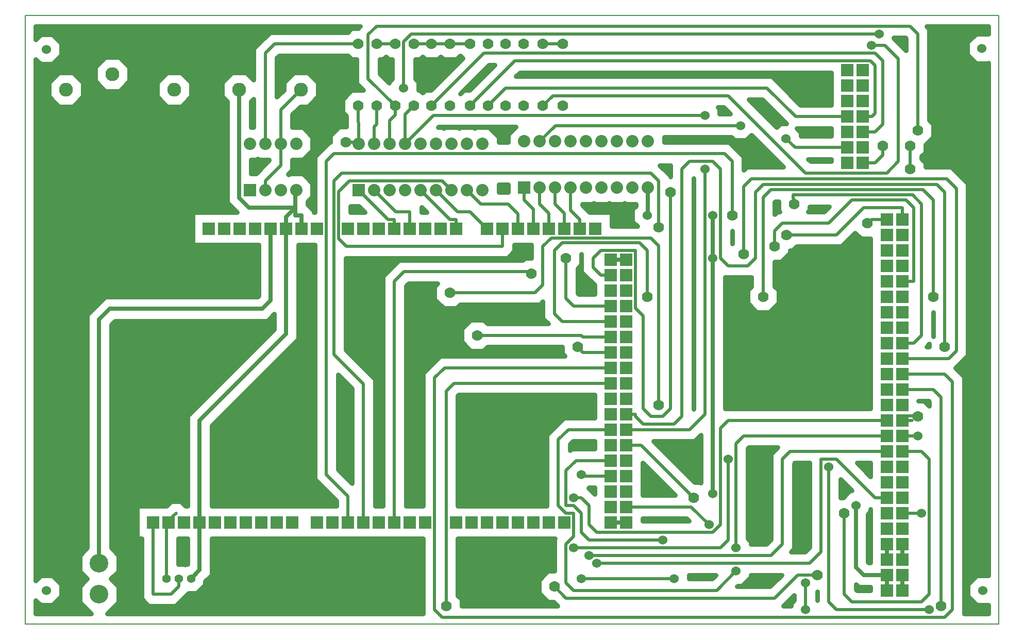
<source format=gbr>
G04 PROTEUS GERBER X2 FILE*
%TF.GenerationSoftware,Labcenter,Proteus,8.13-SP0-Build31525*%
%TF.CreationDate,2023-09-28T22:20:41+00:00*%
%TF.FileFunction,Copper,L4,Bot*%
%TF.FilePolarity,Positive*%
%TF.Part,Single*%
%TF.SameCoordinates,{6b1b6182-4d37-414e-9227-abf112f8db44}*%
%FSLAX45Y45*%
%MOMM*%
G01*
%TA.AperFunction,Conductor*%
%ADD10C,0.508000*%
%ADD11C,0.635000*%
%TA.AperFunction,ViaPad*%
%ADD12C,1.524000*%
%ADD13C,1.778000*%
%TA.AperFunction,Conductor*%
%ADD14C,0.762000*%
%TA.AperFunction,ComponentPad*%
%ADD15R,2.032000X2.032000*%
%TA.AperFunction,ComponentPad*%
%ADD16C,2.286000*%
%TA.AperFunction,ComponentPad*%
%ADD17C,1.778000*%
%TA.AperFunction,ComponentPad*%
%ADD18C,2.032000*%
%TA.AperFunction,ComponentPad*%
%ADD19C,3.048000*%
%TA.AperFunction,WasherPad*%
%ADD70C,1.397000*%
%TA.AperFunction,OtherPad,Unknown*%
%ADD71C,1.524000*%
%TA.AperFunction,Profile*%
%ADD20C,0.203200*%
%TD.AperFunction*%
G36*
X+7824740Y+4695808D02*
X+7821549Y+4698999D01*
X+7621651Y+4698999D01*
X+7480301Y+4557649D01*
X+7480301Y+4357751D01*
X+7621651Y+4216401D01*
X+7821549Y+4216401D01*
X+7824740Y+4219592D01*
X+7824740Y-4203701D01*
X+7634351Y-4203701D01*
X+7493001Y-4345051D01*
X+7493001Y-4544949D01*
X+7634351Y-4686299D01*
X+7824740Y-4686299D01*
X+7824740Y-4824740D01*
X+7429499Y-4824740D01*
X+7429499Y-937093D01*
X+7286156Y-793750D01*
X+7492999Y-586907D01*
X+7492999Y+2237907D01*
X+7222658Y+2508248D01*
X+6794499Y+2508248D01*
X+6794499Y+2581710D01*
X+6730999Y+2645210D01*
X+6730999Y+2688790D01*
X+6794499Y+2752290D01*
X+6794499Y+2879290D01*
X+6921499Y+3006290D01*
X+6921499Y+3216710D01*
X+6857999Y+3280210D01*
X+6857999Y+4777907D01*
X+6811166Y+4824740D01*
X+7824740Y+4824740D01*
X+7824740Y+4695808D01*
G37*
G36*
X-2496903Y+4821003D02*
X-2530007Y+4787899D01*
X-2632510Y+4787899D01*
X-2696010Y+4724399D01*
X-3977807Y+4724399D01*
X-4241799Y+4460407D01*
X-4241799Y+3938429D01*
X-4367369Y+4063999D01*
X-4598831Y+4063999D01*
X-4762499Y+3900331D01*
X-4762499Y+3668869D01*
X-4679949Y+3586319D01*
X-4679948Y+1925062D01*
X-4520185Y+1765299D01*
X-5245099Y+1765299D01*
X-5245099Y+1231901D01*
X-4159249Y+1231901D01*
X-4159249Y+399037D01*
X-4180723Y+377563D01*
X-6685537Y+377563D01*
X-6978649Y+84451D01*
X-6978649Y-3748338D01*
X-7099299Y-3868988D01*
X-7099299Y-4132012D01*
X-6976811Y-4254500D01*
X-7099299Y-4376988D01*
X-7099299Y-4640012D01*
X-6914571Y-4824740D01*
X-7824740Y-4824740D01*
X-7824740Y-4606908D01*
X-7745349Y-4686299D01*
X-7545451Y-4686299D01*
X-7404101Y-4544949D01*
X-7404101Y-4345051D01*
X-7545451Y-4203701D01*
X-7745349Y-4203701D01*
X-7824740Y-4283092D01*
X-7824740Y+4283092D01*
X-7745349Y+4203701D01*
X-7545451Y+4203701D01*
X-7404101Y+4345051D01*
X-7404101Y+4544949D01*
X-7545451Y+4686299D01*
X-7745349Y+4686299D01*
X-7824740Y+4606908D01*
X-7824740Y+4824740D01*
X-2493166Y+4824740D01*
X-2496903Y+4821003D01*
G37*
%LPC*%
G36*
X-5829299Y+3668869D02*
X-5829299Y+3900331D01*
X-5665631Y+4063999D01*
X-5434169Y+4063999D01*
X-5270501Y+3900331D01*
X-5270501Y+3668869D01*
X-5434169Y+3505201D01*
X-5665631Y+3505201D01*
X-5829299Y+3668869D01*
G37*
G36*
X-7607299Y+3668869D02*
X-7607299Y+3900331D01*
X-7443631Y+4063999D01*
X-7212169Y+4063999D01*
X-7048501Y+3900331D01*
X-7048501Y+3668869D01*
X-7212169Y+3505201D01*
X-7443631Y+3505201D01*
X-7607299Y+3668869D01*
G37*
G36*
X-6845299Y+3922869D02*
X-6845299Y+4154331D01*
X-6681631Y+4317999D01*
X-6450169Y+4317999D01*
X-6286501Y+4154331D01*
X-6286501Y+3922869D01*
X-6450169Y+3759201D01*
X-6681631Y+3759201D01*
X-6845299Y+3922869D01*
G37*
%LPD*%
G36*
X-3905249Y-152922D02*
X-5327649Y-1575322D01*
X-5327649Y-3060701D01*
X-5363372Y-3060701D01*
X-5439543Y-2984530D01*
X-5597357Y-2984530D01*
X-5673528Y-3060701D01*
X-6159499Y-3060701D01*
X-6159499Y-3594099D01*
X-6083299Y-3594099D01*
X-6083299Y-4587407D01*
X-5971707Y-4698999D01*
X-5521793Y-4698999D01*
X-5312243Y-4489449D01*
X-5176381Y-4489449D01*
X-5038751Y-4351819D01*
X-5038751Y-4297937D01*
X-4933951Y-4193137D01*
X-4933951Y-3594099D01*
X-1460499Y-3594099D01*
X-1460499Y-4824740D01*
X-6649029Y-4824740D01*
X-6464301Y-4640012D01*
X-6464301Y-4376988D01*
X-6586789Y-4254500D01*
X-6464301Y-4132012D01*
X-6464301Y-3868988D01*
X-6584951Y-3748338D01*
X-6584951Y-78623D01*
X-6522463Y-16135D01*
X-4017649Y-16135D01*
X-3905249Y+96265D01*
X-3905249Y-152922D01*
G37*
G36*
X+6477001Y+4620093D02*
X+6477001Y+4428655D01*
X+6273799Y+4631857D01*
X+6273799Y+4635501D01*
X+6461593Y+4635501D01*
X+6477001Y+4620093D01*
G37*
G36*
X-809608Y+4298498D02*
X-1336207Y+3771899D01*
X-1426010Y+3771899D01*
X-1466850Y+3731059D01*
X-1507690Y+3771899D01*
X-1536701Y+3771899D01*
X-1536701Y+3909949D01*
X-1587501Y+3960749D01*
X-1587501Y+4279901D01*
X-1507690Y+4279901D01*
X-1466850Y+4320741D01*
X-1426010Y+4279901D01*
X-1215590Y+4279901D01*
X-1168400Y+4327091D01*
X-1121210Y+4279901D01*
X-910790Y+4279901D01*
X-850900Y+4339791D01*
X-809608Y+4298498D01*
G37*
G36*
X-2022910Y+4279901D02*
X-1968499Y+4279901D01*
X-1968499Y+3960749D01*
X-2019299Y+3909949D01*
X-2019299Y+3888905D01*
X-2171701Y+4041307D01*
X-2171701Y+4279901D01*
X-2117290Y+4279901D01*
X-2070100Y+4327091D01*
X-2022910Y+4279901D01*
G37*
G36*
X-701207Y+3771899D02*
X-791010Y+3771899D01*
X-850900Y+3712009D01*
X-854092Y+3715202D01*
X-378293Y+4191001D01*
X-282105Y+4191001D01*
X-701207Y+3771899D01*
G37*
G36*
X+5245101Y+3581401D02*
X+5245101Y+3530599D01*
X+4739807Y+3530599D01*
X+4269907Y+4000499D01*
X+66205Y+4000499D01*
X+129707Y+4064001D01*
X+5245101Y+4064001D01*
X+5245101Y+3581401D01*
G37*
G36*
X+3588303Y+3381291D02*
X+3411295Y+3381291D01*
X+3411295Y+3460403D01*
X+3379197Y+3492501D01*
X+3477093Y+3492501D01*
X+3588303Y+3381291D01*
G37*
G36*
X-4241799Y+3162299D02*
X-4286251Y+3162299D01*
X-4286251Y+3586319D01*
X-4241799Y+3630771D01*
X-4241799Y+3162299D01*
G37*
G36*
X+4511482Y+3220112D02*
X+4404189Y+3220112D01*
X+4346242Y+3162164D01*
X+3888905Y+3619501D01*
X+4112093Y+3619501D01*
X+4511482Y+3220112D01*
G37*
G36*
X+5245101Y+3073401D02*
X+5245101Y+3022599D01*
X+4745437Y+3022598D01*
X+4745437Y+3078762D01*
X+4674598Y+3149601D01*
X+5245101Y+3149601D01*
X+5245101Y+3073401D01*
G37*
G36*
X+4461346Y+2508248D02*
X+3858092Y+2508248D01*
X+3809999Y+2460155D01*
X+3809999Y+2682407D01*
X+3571408Y+2920998D01*
X+2501899Y+2920998D01*
X+2501899Y+3000293D01*
X+3601523Y+3000293D01*
X+3652323Y+2949493D01*
X+3852221Y+2949493D01*
X+3936161Y+3033433D01*
X+4461346Y+2508248D01*
G37*
G36*
X-63499Y+3044170D02*
X-63499Y+2920998D01*
X-215901Y+2920998D01*
X-215901Y+3006070D01*
X-372130Y+3162299D01*
X-593070Y+3162299D01*
X-609600Y+3145769D01*
X-626130Y+3162299D01*
X-847070Y+3162299D01*
X-863600Y+3145769D01*
X-880130Y+3162299D01*
X-1101070Y+3162299D01*
X-1117600Y+3145769D01*
X-1134130Y+3162299D01*
X-1216495Y+3162299D01*
X-1208839Y+3169955D01*
X+62286Y+3169955D01*
X-63499Y+3044170D01*
G37*
G36*
X+5245101Y+2641601D02*
X+5245101Y+2603499D01*
X+4904907Y+2603499D01*
X+4866804Y+2641602D01*
X+5245101Y+2641601D01*
G37*
G36*
X-4161770Y+2628901D02*
X-3987799Y+2628901D01*
X-3987799Y+2618907D01*
X-4206407Y+2400299D01*
X-4286252Y+2400299D01*
X-4286252Y+2628901D01*
X-4194830Y+2628901D01*
X-4178300Y+2645431D01*
X-4161770Y+2628901D01*
G37*
G36*
X+2603501Y+2476500D02*
X+2603501Y+2349499D01*
X+2603499Y+2349499D01*
X+2603499Y+2364907D01*
X+2428404Y+2540002D01*
X+2603501Y+2540002D01*
X+2603501Y+2476500D01*
G37*
G36*
X-63499Y+2095499D02*
X-215901Y+2095499D01*
X-215901Y+2222501D01*
X-63499Y+2222501D01*
X-63499Y+2095499D01*
G37*
G36*
X+1870730Y+1905001D02*
X+2038352Y+1905001D01*
X+2038352Y+1871600D01*
X+1981201Y+1814449D01*
X+1981201Y+1614551D01*
X+2059053Y+1536699D01*
X+1638299Y+1536699D01*
X+1638299Y+1765299D01*
X+1272707Y+1765299D01*
X+1155699Y+1882307D01*
X+1155699Y+1905001D01*
X+1329670Y+1905001D01*
X+1346200Y+1921531D01*
X+1362730Y+1905001D01*
X+1583670Y+1905001D01*
X+1600200Y+1921531D01*
X+1616730Y+1905001D01*
X+1837670Y+1905001D01*
X+1854200Y+1921531D01*
X+1870730Y+1905001D01*
G37*
G36*
X+5128093Y+1777999D02*
X+4867708Y+1777999D01*
X+4889499Y+1799790D01*
X+4889499Y+1862667D01*
X+5212761Y+1862667D01*
X+5128093Y+1777999D01*
G37*
G36*
X-1399705Y+1765299D02*
X-1485901Y+1765299D01*
X-1485901Y+1851495D01*
X-1399705Y+1765299D01*
G37*
G36*
X-2415705Y+1765299D02*
X-2654301Y+1765299D01*
X-2654301Y+1866901D01*
X-2517307Y+1866901D01*
X-2415705Y+1765299D01*
G37*
G36*
X-2632510Y+4279901D02*
X-2552699Y+4279901D01*
X-2552699Y+3883493D01*
X-2441105Y+3771899D01*
X-2632510Y+3771899D01*
X-2781299Y+3623110D01*
X-2781299Y+3412690D01*
X-2717799Y+3349190D01*
X-2717799Y+3174999D01*
X-2835710Y+3174999D01*
X-2984499Y+3026210D01*
X-2984499Y+2920998D01*
X-2999908Y+2920998D01*
X-3238499Y+2682407D01*
X-3238499Y+1765299D01*
X-3257551Y+1765299D01*
X-3257551Y+1796038D01*
X-3359151Y+1897638D01*
X-3359151Y+1940580D01*
X-3276601Y+2023130D01*
X-3276601Y+2244070D01*
X-3432830Y+2400299D01*
X-3653770Y+2400299D01*
X-3670300Y+2383769D01*
X-3677212Y+2390682D01*
X-3606801Y+2461093D01*
X-3606801Y+2628901D01*
X-3432830Y+2628901D01*
X-3276601Y+2785130D01*
X-3276601Y+3006070D01*
X-3432830Y+3162299D01*
X-3606801Y+3162299D01*
X-3606801Y+3375493D01*
X-3477093Y+3505201D01*
X-3351369Y+3505201D01*
X-3187701Y+3668869D01*
X-3187701Y+3900331D01*
X-3351369Y+4063999D01*
X-3582831Y+4063999D01*
X-3746499Y+3900331D01*
X-3746499Y+3774607D01*
X-3860801Y+3660305D01*
X-3860801Y+4302593D01*
X-3819993Y+4343401D01*
X-2696010Y+4343401D01*
X-2632510Y+4279901D01*
G37*
G36*
X+4381501Y+1799790D02*
X+4403292Y+1777999D01*
X+4366093Y+1777999D01*
X+4317999Y+1729905D01*
X+4317999Y+1931926D01*
X+4333407Y+1947334D01*
X+4381501Y+1947334D01*
X+4381501Y+1799790D01*
G37*
G36*
X+3619501Y+1248210D02*
X+3619499Y+1248208D01*
X+3619499Y+1460501D01*
X+3619501Y+1460501D01*
X+3619501Y+1248210D01*
G37*
G36*
X+1143001Y+863600D02*
X+1143001Y+784693D01*
X+1358901Y+568793D01*
X+1358901Y+419099D01*
X+1094907Y+419099D01*
X+1079499Y+434507D01*
X+1079499Y+847290D01*
X+1142999Y+910790D01*
X+1142999Y+1079501D01*
X+1143001Y+1079501D01*
X+1143001Y+863600D01*
G37*
G36*
X+5736790Y+1333501D02*
X+5892801Y+1333501D01*
X+5892801Y-1460501D01*
X+3498849Y-1460501D01*
X+3498849Y+698501D01*
X+3937001Y+698501D01*
X+3937001Y+549710D01*
X+3873501Y+486210D01*
X+3873501Y+275790D01*
X+4022290Y+127001D01*
X+4232710Y+127001D01*
X+4381499Y+275790D01*
X+4381499Y+486210D01*
X+4317999Y+549710D01*
X+4317999Y+952501D01*
X+4423210Y+952501D01*
X+4571999Y+1101290D01*
X+4571999Y+1143001D01*
X+4613710Y+1143001D01*
X+4677210Y+1206501D01*
X+5412907Y+1206501D01*
X+5638348Y+1431942D01*
X+5736790Y+1333501D01*
G37*
G36*
X-1269999Y+549710D02*
X-1269999Y+339290D01*
X-1121210Y+190501D01*
X-910790Y+190501D01*
X-847290Y+254001D01*
X+459907Y+254001D01*
X+508001Y+302095D01*
X+508001Y+22693D01*
X+594195Y-63501D01*
X-402790Y-63501D01*
X-466290Y-1D01*
X-676710Y-1D01*
X-825499Y-148790D01*
X-825499Y-359210D01*
X-676710Y-507999D01*
X-466290Y-507999D01*
X-402790Y-444499D01*
X+825501Y-444499D01*
X+825501Y-549710D01*
X+872692Y-596901D01*
X-1183807Y-596901D01*
X-1460499Y-873593D01*
X-1460499Y-3060701D01*
X-1739901Y-3060701D01*
X-1739901Y+556093D01*
X-1695501Y+600493D01*
X-1219216Y+600493D01*
X-1269999Y+549710D01*
G37*
G36*
X+6921501Y-275790D02*
X+6921499Y-275792D01*
X+6921499Y+127001D01*
X+6921501Y+127001D01*
X+6921501Y-275790D01*
G37*
G36*
X+6858001Y-444501D02*
X+6809905Y-444501D01*
X+6858001Y-396405D01*
X+6858001Y-444501D01*
G37*
G36*
X+6858001Y-1348907D02*
X+6858001Y-1418792D01*
X+6772710Y-1333501D01*
X+6680199Y-1333501D01*
X+6680199Y-1333499D01*
X+6842593Y-1333499D01*
X+6858001Y-1348907D01*
G37*
G36*
X+2984501Y+2325751D02*
X+2984502Y-1470492D01*
X+2984499Y-1470495D01*
X+2984499Y+2325753D01*
X+2984501Y+2325751D01*
G37*
G36*
X+1358901Y-2070099D02*
X+1358901Y-2120901D01*
X+975193Y-2120901D01*
X+952499Y-2143595D01*
X+952499Y-2047407D01*
X+1006007Y-1993899D01*
X+1358901Y-1993899D01*
X+1358901Y-2070099D01*
G37*
G36*
X+5892801Y-2425699D02*
X+5892801Y-2575395D01*
X+5666905Y-2349499D01*
X+5892801Y-2349499D01*
X+5892801Y-2425699D01*
G37*
G36*
X+3105151Y-2682442D02*
X+3089710Y-2667001D01*
X+2999907Y-2667001D01*
X+2326805Y-1993899D01*
X+2999907Y-1993899D01*
X+3105151Y-1888655D01*
X+3105151Y-2682442D01*
G37*
G36*
X-2628899Y-1133007D02*
X-2628899Y-2689695D01*
X-2857501Y-2461093D01*
X-2857501Y-904405D01*
X-2628899Y-1133007D01*
G37*
G36*
X+1358901Y-2832099D02*
X+1358901Y-2867495D01*
X+1257827Y-2766421D01*
X+1268349Y-2755899D01*
X+1358901Y-2755899D01*
X+1358901Y-2832099D01*
G37*
G36*
X+2676995Y-2882901D02*
X+2146299Y-2882901D01*
X+2146299Y-2352205D01*
X+2676995Y-2882901D01*
G37*
G36*
X+5585295Y-2806701D02*
X+5551551Y-2806701D01*
X+5437251Y-2921001D01*
X+5397499Y-2921001D01*
X+5397499Y-2618905D01*
X+5585295Y-2806701D01*
G37*
G36*
X+1358901Y-1308099D02*
X+1358901Y-1612901D01*
X+848193Y-1612901D01*
X+571501Y-1889593D01*
X+571501Y-3060701D01*
X-889001Y-3060701D01*
X-889001Y-1247307D01*
X-873593Y-1231899D01*
X+1358901Y-1231899D01*
X+1358901Y-1308099D01*
G37*
G36*
X+317501Y+1015999D02*
X+212290Y+1015999D01*
X+177782Y+981491D01*
X-1853315Y+981491D01*
X-2120899Y+713907D01*
X-2120899Y-3060701D01*
X-2247901Y-3060701D01*
X-2247901Y-975193D01*
X-2730501Y-492593D01*
X-2730501Y+1016001D01*
X-73493Y+1016001D01*
X+38099Y+1127593D01*
X+38099Y+1231901D01*
X+317501Y+1231901D01*
X+317501Y+1015999D01*
G37*
G36*
X-3238499Y-2540000D02*
X-3238499Y-2618907D01*
X-2882899Y-2974507D01*
X-2882899Y-3060701D01*
X-4933951Y-3060701D01*
X-4933951Y-1738396D01*
X-3511551Y-315996D01*
X-3511551Y+1231901D01*
X-3238499Y+1231901D01*
X-3238499Y-2540000D01*
G37*
G36*
X+2905595Y-3302001D02*
X+2146299Y-3302001D01*
X+2146299Y-3263899D01*
X+2867493Y-3263899D01*
X+2905595Y-3302001D01*
G37*
G36*
X+4307974Y-2151297D02*
X+4252178Y-2207093D01*
X+4252178Y-3606416D01*
X+4175593Y-3683001D01*
X+3924299Y-3683001D01*
X+3924299Y-3646551D01*
X+3873499Y-3595751D01*
X+3873499Y-2110907D01*
X+3888907Y-2095499D01*
X+4363772Y-2095499D01*
X+4307974Y-2151297D01*
G37*
G36*
X+4886444Y-3734150D02*
X+4810593Y-3810001D01*
X+4587405Y-3810001D01*
X+4633176Y-3764230D01*
X+4633176Y-2364907D01*
X+4648584Y-2349499D01*
X+4886444Y-2349499D01*
X+4886444Y-3734150D01*
G37*
G36*
X+5892801Y-3441699D02*
X+5892801Y-3994151D01*
X+5860037Y-3994151D01*
X+5848349Y-3982463D01*
X+5848349Y-3192399D01*
X+5892799Y-3147949D01*
X+5892799Y-3111499D01*
X+5892801Y-3111499D01*
X+5892801Y-3441699D01*
G37*
G36*
X-5327649Y-4019551D02*
X-5371019Y-4019551D01*
X-5373700Y-4022232D01*
X-5376381Y-4019551D01*
X-5483201Y-4019551D01*
X-5483201Y-3594099D01*
X-5327649Y-3594099D01*
X-5327649Y-4019551D01*
G37*
G36*
X+3286593Y-4254501D02*
X+2908299Y-4254501D01*
X+2908299Y-4190999D01*
X+3350095Y-4190999D01*
X+3286593Y-4254501D01*
G37*
G36*
X+4239093Y-4381501D02*
X+3698405Y-4381501D01*
X+3711107Y-4368799D01*
X+3782949Y-4368799D01*
X+3924299Y-4227449D01*
X+3924299Y-4190999D01*
X+4429595Y-4190999D01*
X+4239093Y-4381501D01*
G37*
G36*
X+5696963Y-4387849D02*
X+5892801Y-4387849D01*
X+5892801Y-4445001D01*
X+5666907Y-4445001D01*
X+5651499Y-4429593D01*
X+5651499Y-4342385D01*
X+5696963Y-4387849D01*
G37*
G36*
X+5016501Y-4611753D02*
X+5016499Y-4611751D01*
X+5016499Y-4468749D01*
X+5016501Y-4468747D01*
X+5016501Y-4611753D01*
G37*
G36*
X+4635501Y-4611751D02*
X+4584701Y-4662551D01*
X+4584701Y-4699001D01*
X+4460405Y-4699001D01*
X+4635501Y-4523905D01*
X+4635501Y-4611751D01*
G37*
G36*
X+698501Y-3604093D02*
X+698501Y-4127501D01*
X+593290Y-4127501D01*
X+444501Y-4276290D01*
X+444501Y-4486710D01*
X+593290Y-4635499D01*
X+683093Y-4635499D01*
X+746595Y-4699001D01*
X-825501Y-4699001D01*
X-825501Y-4593790D01*
X-889001Y-4530290D01*
X-889001Y-3594099D01*
X+708495Y-3594099D01*
X+698501Y-3604093D01*
G37*
D10*
X-5892800Y-3327400D02*
X-5892800Y-4508500D01*
X-5600700Y-4508500D01*
X-5473700Y-4381500D01*
X-5473700Y-4254500D01*
X+965200Y+2171700D02*
X+965200Y+1803400D01*
X+1117600Y+1651000D01*
X+1117600Y+1498600D01*
X+863600Y+1498600D02*
X+863600Y+1752600D01*
X+711200Y+1905000D01*
X+711200Y+2171700D01*
X+609600Y+1498600D02*
X+609600Y+1752600D01*
X+457200Y+1905000D01*
X+457200Y+2171700D01*
X+355600Y+1498600D02*
X+355600Y+1816100D01*
X+203200Y+1968500D01*
X+203200Y+2171700D01*
X-736600Y+2133600D02*
X-508000Y+1905000D01*
X-63500Y+1905000D01*
X+101600Y+1739900D01*
X+101600Y+1498600D01*
X-990600Y+2133600D02*
X-1143000Y+2286000D01*
X-2667000Y+2286000D01*
X-2844800Y+2108200D01*
X-2844800Y+1333500D01*
X-2717800Y+1206500D01*
X-152400Y+1206500D01*
X-152400Y+1498600D01*
X-1244600Y+2133600D02*
X-889000Y+1778000D01*
X-685800Y+1778000D01*
X-406400Y+1498600D01*
X-1498600Y+2133600D02*
X-1016000Y+1651000D01*
X-914400Y+1651000D01*
X-914400Y+1498600D01*
X-2260600Y+2133600D02*
X-1905000Y+1778000D01*
X-1676400Y+1778000D01*
X-1676400Y+1498600D01*
X-2514600Y+2133600D02*
X-2032000Y+1651000D01*
X-1930400Y+1651000D01*
X-1930400Y+1498600D01*
X-3797300Y+2895600D02*
X-3797300Y+3454400D01*
X-3467100Y+3784600D01*
X-4051300Y+2133600D02*
X-4051300Y+2286000D01*
X-3797300Y+2540000D01*
X-3797300Y+2895600D01*
X-1320800Y+3517900D02*
X-457200Y+4381500D01*
X+5969000Y+4381500D01*
X+6096000Y+4254500D01*
X+6096000Y+3213100D01*
X+5969000Y+3086100D01*
X+5765800Y+3086100D01*
X-1778000Y+3810000D02*
X-1778000Y+4572000D01*
X-1651000Y+4699000D01*
X+6032500Y+4699000D01*
X+698500Y-4381500D02*
X+889000Y-4572000D01*
X+4318000Y-4572000D01*
X+4699000Y-4191000D01*
X+5016500Y-4191000D01*
X+2476500Y-3619500D02*
X+1270000Y-3619500D01*
X+1143000Y-3492500D01*
X+1143000Y-3175000D01*
X+1016000Y-3048000D01*
X+889000Y-3048000D01*
X+889000Y-2476500D01*
X+1054100Y-2311400D01*
X+1625600Y-2311400D01*
X+1143000Y-2540000D02*
X+1168400Y-2565400D01*
X+1625600Y-2565400D01*
X+2667000Y-4254500D02*
X+1143000Y-4254500D01*
X+3238500Y-3365500D02*
X+2946400Y-3073400D01*
X+1879600Y-3073400D01*
X+4826000Y-4762500D02*
X+4826000Y-4318000D01*
X+6731000Y-3175000D02*
X+6413500Y-3175000D01*
X+5207000Y-2413000D02*
X+5207000Y-4635500D01*
X+5334000Y-4762500D01*
X+6858000Y-4762500D01*
X+1397000Y-4000500D02*
X+4889500Y-4000500D01*
X+5076943Y-3813057D01*
X+5076943Y-2286000D01*
X+5334000Y-2286000D01*
X+5969000Y-2921000D01*
X+6159500Y-2921000D01*
X+5918200Y+3340100D02*
X+5765800Y+3340100D01*
X+5918200Y+3340100D02*
X+5969000Y+3390900D01*
X+5969000Y+4178300D01*
X-685800Y+3517900D02*
X+50800Y+4254500D01*
X+5892800Y+4254500D01*
X+5969000Y+4178300D01*
X+4635500Y+1905000D02*
X+4635500Y+1979214D01*
X+4620814Y+1993900D01*
X+4620814Y+2053166D01*
X+6582834Y+2053166D01*
X+6731000Y+1905000D01*
X+6731000Y-254000D01*
X+6604000Y-381000D01*
X+6413500Y-381000D01*
X+6413499Y-381000D01*
X-571500Y-254000D02*
X+1143000Y-254000D01*
X+1168400Y-279400D01*
X+1625600Y-279400D01*
X+6413499Y-889000D02*
X+6413500Y-889000D01*
X+7112000Y-889000D01*
X+7239000Y-1016000D01*
X+7239000Y-4762500D01*
X+7112000Y-4889500D01*
X-1143000Y-4889500D01*
X-1270000Y-4762500D01*
X-1270000Y-952500D01*
X-1104900Y-787400D01*
X+1625600Y-787400D01*
X+7048500Y-4699000D02*
X+7048500Y-1270000D01*
X+6921500Y-1143000D01*
X+6413500Y-1143000D01*
X+6413499Y-1143000D01*
X-1079500Y-4699000D02*
X-1079500Y-1168400D01*
X-952500Y-1041400D01*
X+1625600Y-1041400D01*
X+1079500Y-444500D02*
X+1168400Y-533400D01*
X+1625600Y-533400D01*
X+3810000Y+1079500D02*
X+3810000Y+2190750D01*
X+3937000Y+2317750D01*
X+7143750Y+2317750D01*
X+7302500Y+2159000D01*
X+7302500Y-508000D01*
X+7175500Y-635000D01*
X+6413500Y-635000D01*
X+6413499Y-635000D01*
X+1270000Y-3873500D02*
X+4254500Y-3873500D01*
X+4442677Y-3685323D01*
X+4442677Y-2286000D01*
X+4569677Y-2159000D01*
X+6159500Y-2159000D01*
X+5461000Y-3175000D02*
X+5461000Y-4508500D01*
X+5588000Y-4635500D01*
X+6731000Y-4635500D01*
X+6858000Y-4508500D01*
X+6858000Y-2286000D01*
X+6731000Y-2159000D01*
X+6413500Y-2159000D01*
X+2984500Y-2921000D02*
X+2120900Y-2057400D01*
X+1879600Y-2057400D01*
X+3683000Y-3746500D02*
X+3683000Y-2032000D01*
X+3810000Y-1905000D01*
X+6159500Y-1905000D01*
X+3683000Y-4127500D02*
X+3365500Y-4445000D01*
X+1016000Y-4445000D01*
X+889000Y-4318000D01*
X+889000Y-3683000D01*
X+1016000Y-3556000D01*
X+1016000Y-3175000D01*
X+889000Y-3175000D01*
X+762000Y-3048000D01*
X+762000Y-1968500D01*
X+927100Y-1803400D01*
X+1625600Y-1803400D01*
X+3175000Y+2476500D02*
X+3175000Y-1549400D01*
X+2921000Y-1803400D01*
X+1879600Y-1803400D01*
X+6667500Y-1905000D02*
X+6413500Y-1905000D01*
X+1016000Y-2921000D02*
X+1143000Y-2921000D01*
X+1270000Y-3048000D01*
X+1270000Y-3365500D01*
X+1397000Y-3492500D01*
X+3302000Y-3492500D01*
X+3429000Y-3365500D01*
X+3429000Y-1778000D01*
X+3556000Y-1651000D01*
X+6159500Y-1651000D01*
X+7112000Y-444500D02*
X+7112000Y+2095500D01*
X+6985000Y+2222500D01*
X+4127500Y+2222500D01*
X+4000500Y+2095500D01*
X+4000500Y+1016000D01*
X+3873500Y+889000D01*
X+3556000Y+889000D01*
X+3429000Y+1016000D01*
X+3429000Y+2476500D01*
X+3302000Y+2603500D01*
X+2921000Y+2603500D01*
X+2794000Y+2476500D01*
X+2794000Y-1587500D01*
X+2667000Y-1714500D01*
X+2159000Y-1714500D01*
X+2032000Y-1587500D01*
X+2032000Y-1549400D01*
X+1879600Y-1549400D01*
X+6413500Y-1650999D02*
X+6413500Y-1651000D01*
X+6578600Y-1650999D01*
X+6413500Y-1650999D02*
X+6413500Y-1574799D01*
X+6578600Y-1574799D01*
X+6591301Y-1587500D01*
X+6667500Y-1587500D01*
X+457200Y+2933700D02*
X+714292Y+3190792D01*
X+3752272Y+3190792D01*
X+508000Y+3517900D02*
X+673100Y+3683000D01*
X+3556000Y+3683000D01*
X+4826000Y+2413000D01*
X+6159500Y+2413000D01*
X+6350000Y+2603500D01*
X+6350000Y+4286250D01*
X+6127750Y+4508500D01*
X+5905500Y+4508500D01*
X-393700Y+3517900D02*
X-101600Y+3810000D01*
X+4191000Y+3810000D01*
X+4660900Y+3340100D01*
X+5511800Y+3340100D01*
D11*
X-3708400Y+1498600D02*
X-3708400Y-234459D01*
X-5130800Y-1656859D01*
X-5130800Y-3327400D01*
X-4483100Y+3784600D02*
X-4483100Y+2006600D01*
X-4318000Y+1841500D01*
X-3556000Y+1841500D01*
X-5130800Y-3327400D02*
X-5130800Y-4111600D01*
X-5273700Y-4254500D01*
X-3556000Y+1841500D02*
X-3556000Y+1714500D01*
X-3454400Y+1714500D01*
X-3708400Y+1498600D02*
X-3708400Y+1689100D01*
X-3556000Y+1841500D01*
X-3543300Y+2133600D02*
X-3556000Y+2120900D01*
X-3556000Y+1841500D01*
X+6159500Y-4191000D02*
X+5778500Y-4191000D01*
X+5651500Y-4064000D01*
X+5651500Y-3048000D01*
X+3302000Y+1016000D02*
X+3302000Y-2857500D01*
X+3302000Y+1016000D02*
X+3302000Y+1714500D01*
X+2235200Y+2171700D02*
X+2235200Y+1727200D01*
X+2222500Y+1714500D01*
X+1879600Y+990600D02*
X+1879600Y+990601D01*
X+1625600Y+990601D01*
X+1625600Y+990600D01*
X+6413500Y-4445000D02*
X+6413500Y-4191000D01*
X+6159500Y-4445000D02*
X+6159500Y-4191000D01*
X-3454400Y+1714500D02*
X-3454400Y+1498600D01*
D10*
X+2413000Y-1397000D02*
X+2413000Y+1219200D01*
X+2286000Y+1346200D01*
X+647700Y+1346200D01*
X+508000Y+1206500D01*
X+508000Y+571500D01*
X+381000Y+444500D01*
X-1016000Y+444500D01*
X-1917700Y+3517900D02*
X-1917700Y+3365500D01*
X-2006600Y+3276600D01*
X-2006600Y+2895600D01*
X-1917700Y+3517900D02*
X-2362200Y+3962400D01*
X-2362200Y+4686300D01*
X-2222500Y+4826000D01*
X+6540500Y+4826000D01*
X+6667500Y+4699000D01*
X+6667500Y+3111500D01*
X-2514600Y+2895600D02*
X-2514600Y+3238500D01*
X-2527300Y+3251200D01*
X-2527300Y+3517900D01*
X+6096000Y+2857500D02*
X+6096000Y+2705100D01*
X+5969000Y+2578100D01*
X+5765800Y+2578100D01*
X+6540500Y+2476500D02*
X+6540500Y+2857500D01*
X-2514600Y+2895600D02*
X-2540000Y+2921000D01*
X-2730500Y+2921000D01*
X-1752600Y+2895600D02*
X-1752600Y+3378200D01*
X-1612900Y+3517900D01*
X+5511800Y+2832100D02*
X+4650851Y+2832100D01*
X+4504138Y+2978813D01*
X-1752600Y+2895600D02*
X-1287746Y+3360454D01*
X+3169996Y+3360454D01*
X-2260600Y+3098800D02*
X-2260600Y+3175000D01*
X-2222500Y+3213100D01*
X-2222500Y+3517900D01*
X-2260600Y+2895600D02*
X-2260600Y+3098800D01*
X+4127500Y+381000D02*
X+4127500Y+2010833D01*
X+4254500Y+2137833D01*
X+6752167Y+2137833D01*
X+6921500Y+1968500D01*
X+6921500Y+381000D01*
X+2222500Y+381000D02*
X+2222500Y+1143000D01*
X+2095500Y+1270000D01*
X+825500Y+1270000D01*
X+698500Y+1143000D01*
X+698500Y+101600D01*
X+825500Y-25400D01*
X+1625600Y-25400D01*
X+3619500Y+1714500D02*
X+3619500Y+2603500D01*
X+3492500Y+2730500D01*
X-2921000Y+2730500D01*
X-3048000Y+2603500D01*
X-3048000Y-2540000D01*
X-2692400Y-2895600D01*
X-2692400Y-3327400D01*
X+2413000Y+1524000D02*
X+2413000Y+2286000D01*
X+2286000Y+2413000D01*
X-2794000Y+2413000D01*
X-2921000Y+2286000D01*
X-2921000Y-571500D01*
X-2438400Y-1054100D01*
X-2438400Y-3327400D01*
X+5842000Y+1587500D02*
X+5905500Y+1651000D01*
X+6159500Y+1651000D01*
X+4508500Y+1397000D02*
X+5334000Y+1397000D01*
X+5778500Y+1841500D01*
X+6413499Y+1841500D01*
X+6413500Y+1651000D01*
X+6413499Y+1651000D01*
X+317500Y+762000D02*
X+288508Y+790992D01*
X-1774408Y+790992D01*
X-1930400Y+635000D01*
X-1930400Y-3327400D01*
X+889000Y+1016000D02*
X+889000Y+355600D01*
X+1016000Y+228600D01*
X+1625600Y+228600D01*
X+4318000Y+1206500D02*
X+4318000Y+1460500D01*
X+4445000Y+1587500D01*
X+5207000Y+1587500D01*
X+5588000Y+1968500D01*
X+6477000Y+1968500D01*
X+6604000Y+1841500D01*
X+6604000Y+635000D01*
X+6413500Y+635000D01*
X+6413499Y+635000D01*
X+2603500Y+2095500D02*
X+2603500Y-1460500D01*
X+2476500Y-1587500D01*
X+2286000Y-1587500D01*
X+2159000Y-1460500D01*
X+2159000Y+63500D01*
X+2032000Y+190500D01*
X+2032000Y+1143000D01*
X+1460500Y+1143000D01*
X+1333500Y+1016000D01*
X+1333500Y+863600D01*
X+1460500Y+736600D01*
X+1625600Y+736600D01*
X-2527300Y+4533900D02*
X-3898900Y+4533900D01*
X-4051300Y+4381500D01*
X-4051300Y+2895600D01*
X-1016000Y+4533900D02*
X-685800Y+4533900D01*
X+508000Y+4533900D02*
X+838200Y+4533900D01*
X-1320800Y+4533900D02*
X-1016000Y+4533900D01*
X-2222500Y+4533900D02*
X-1917700Y+4533900D01*
X-1612900Y+4533900D02*
X-1320800Y+4533900D01*
D11*
X-6781800Y-4000500D02*
X-6781800Y+2914D01*
X-6604000Y+180714D01*
X-4099186Y+180714D01*
X-3962400Y+317500D01*
X-3962400Y+1498600D01*
X+6413500Y-3937000D02*
X+6413500Y-3683000D01*
X+6159500Y-3937000D02*
X+6159500Y-3683000D01*
X+1625600Y-3327400D02*
X+1625600Y-3327399D01*
X+1879600Y-3327399D01*
X+1879600Y-3327400D01*
D10*
X+3556000Y-2286000D02*
X+3556000Y-3619500D01*
X+3429000Y-3746500D01*
X+1016000Y-3746500D01*
X-5673700Y-3362300D02*
X-5638800Y-3327400D01*
X-5574135Y-3262735D01*
X-5574135Y-3230714D01*
X-5518450Y-3175029D01*
X-5673700Y-3362300D02*
X-5673700Y-4254500D01*
D12*
X+6032500Y+4699000D03*
X-1778000Y+3810000D03*
D13*
X+5016500Y-4191000D03*
X+698500Y-4381500D03*
D12*
X+2476500Y-3619500D03*
X+1143000Y-2540000D03*
X+1143000Y-4254500D03*
X+2667000Y-4254500D03*
X+3238500Y-3365500D03*
X+4826000Y-4318000D03*
X+4826000Y-4762500D03*
X+6731000Y-3175000D03*
X+6858000Y-4762500D03*
X+5207000Y-2413000D03*
X+1397000Y-4000500D03*
D13*
X+4635500Y+1905000D03*
X+7048500Y-4699000D03*
X-1079500Y-4699000D03*
X+3810000Y+1079500D03*
D12*
X+1270000Y-3873500D03*
D13*
X+5461000Y-3175000D03*
X+2984500Y-2921000D03*
D12*
X+3683000Y-3746500D03*
X+3683000Y-4127500D03*
X+3175000Y+2476500D03*
X+6667500Y-1905000D03*
X+1016000Y-2921000D03*
D13*
X+7112000Y-444500D03*
X+6667500Y-1587500D03*
D12*
X+3752272Y+3190792D03*
X+5905500Y+4508500D03*
X+5651500Y-3048000D03*
X+3302000Y-2857500D03*
X+3302000Y+1714500D03*
X+2222500Y+1714500D03*
X+3302000Y+1016000D03*
D13*
X-1016000Y+444500D03*
X+2413000Y-1397000D03*
X+6667500Y+3111500D03*
X+6096000Y+2857500D03*
X+6540500Y+2857500D03*
X+6540500Y+2476500D03*
X-2730500Y+2921000D03*
D12*
X+4504138Y+2978813D03*
X+3169996Y+3360454D03*
D13*
X+6921500Y+381000D03*
X+4127500Y+381000D03*
X+2222500Y+381000D03*
X+3619500Y+1714500D03*
X+2413000Y+1524000D03*
X+5842000Y+1587500D03*
X+4508500Y+1397000D03*
X+317500Y+762000D03*
X+889000Y+1016000D03*
X+4318000Y+1206500D03*
X+2603500Y+2095500D03*
X-571500Y-254000D03*
X+1079500Y-444500D03*
D12*
X+3556000Y-2286000D03*
X+1016000Y-3746500D03*
D14*
X+7824740Y+4695808D02*
X+7821549Y+4698999D01*
X+7621651Y+4698999D01*
X+7480301Y+4557649D01*
X+7480301Y+4357751D01*
X+7621651Y+4216401D01*
X+7821549Y+4216401D01*
X+7824740Y+4219592D01*
X+7824740Y-4203701D01*
X+7634351Y-4203701D01*
X+7493001Y-4345051D01*
X+7493001Y-4544949D01*
X+7634351Y-4686299D01*
X+7824740Y-4686299D01*
X+7824740Y-4824740D01*
X+7429499Y-4824740D01*
X+7429499Y-937093D01*
X+7286156Y-793750D01*
X+7492999Y-586907D01*
X+7492999Y+2237907D01*
X+7222658Y+2508248D01*
X+6794499Y+2508248D01*
X+6794499Y+2581710D01*
X+6730999Y+2645210D01*
X+6730999Y+2688790D01*
X+6794499Y+2752290D01*
X+6794499Y+2879290D01*
X+6921499Y+3006290D01*
X+6921499Y+3216710D01*
X+6857999Y+3280210D01*
X+6857999Y+4777907D01*
X+6811166Y+4824740D01*
X+7824740Y+4824740D01*
X+7824740Y+4695808D01*
X-2496903Y+4821003D02*
X-2530007Y+4787899D01*
X-2632510Y+4787899D01*
X-2696010Y+4724399D01*
X-3977807Y+4724399D01*
X-4241799Y+4460407D01*
X-4241799Y+3938429D01*
X-4367369Y+4063999D01*
X-4598831Y+4063999D01*
X-4762499Y+3900331D01*
X-4762499Y+3668869D01*
X-4679949Y+3586319D01*
X-4679948Y+1925062D01*
X-4520185Y+1765299D01*
X-5245099Y+1765299D01*
X-5245099Y+1231901D01*
X-4159249Y+1231901D01*
X-4159249Y+399037D01*
X-4180723Y+377563D01*
X-6685537Y+377563D01*
X-6978649Y+84451D01*
X-6978649Y-3748338D01*
X-7099299Y-3868988D01*
X-7099299Y-4132012D01*
X-6976811Y-4254500D01*
X-7099299Y-4376988D01*
X-7099299Y-4640012D01*
X-6914571Y-4824740D01*
X-7824740Y-4824740D01*
X-7824740Y-4606908D01*
X-7745349Y-4686299D01*
X-7545451Y-4686299D01*
X-7404101Y-4544949D01*
X-7404101Y-4345051D01*
X-7545451Y-4203701D01*
X-7745349Y-4203701D01*
X-7824740Y-4283092D01*
X-7824740Y+4283092D01*
X-7745349Y+4203701D01*
X-7545451Y+4203701D01*
X-7404101Y+4345051D01*
X-7404101Y+4544949D01*
X-7545451Y+4686299D01*
X-7745349Y+4686299D01*
X-7824740Y+4606908D01*
X-7824740Y+4824740D01*
X-2493166Y+4824740D01*
X-2496903Y+4821003D01*
X-5829299Y+3668869D02*
X-5829299Y+3900331D01*
X-5665631Y+4063999D01*
X-5434169Y+4063999D01*
X-5270501Y+3900331D01*
X-5270501Y+3668869D01*
X-5434169Y+3505201D01*
X-5665631Y+3505201D01*
X-5829299Y+3668869D01*
X-7607299Y+3668869D02*
X-7607299Y+3900331D01*
X-7443631Y+4063999D01*
X-7212169Y+4063999D01*
X-7048501Y+3900331D01*
X-7048501Y+3668869D01*
X-7212169Y+3505201D01*
X-7443631Y+3505201D01*
X-7607299Y+3668869D01*
X-6845299Y+3922869D02*
X-6845299Y+4154331D01*
X-6681631Y+4317999D01*
X-6450169Y+4317999D01*
X-6286501Y+4154331D01*
X-6286501Y+3922869D01*
X-6450169Y+3759201D01*
X-6681631Y+3759201D01*
X-6845299Y+3922869D01*
X-3905249Y-152922D02*
X-5327649Y-1575322D01*
X-5327649Y-3060701D01*
X-5363372Y-3060701D01*
X-5439543Y-2984530D01*
X-5597357Y-2984530D01*
X-5673528Y-3060701D01*
X-6159499Y-3060701D01*
X-6159499Y-3594099D01*
X-6083299Y-3594099D01*
X-6083299Y-4587407D01*
X-5971707Y-4698999D01*
X-5521793Y-4698999D01*
X-5312243Y-4489449D01*
X-5176381Y-4489449D01*
X-5038751Y-4351819D01*
X-5038751Y-4297937D01*
X-4933951Y-4193137D01*
X-4933951Y-3594099D01*
X-1460499Y-3594099D01*
X-1460499Y-4824740D01*
X-6649029Y-4824740D01*
X-6464301Y-4640012D01*
X-6464301Y-4376988D01*
X-6586789Y-4254500D01*
X-6464301Y-4132012D01*
X-6464301Y-3868988D01*
X-6584951Y-3748338D01*
X-6584951Y-78623D01*
X-6522463Y-16135D01*
X-4017649Y-16135D01*
X-3905249Y+96265D01*
X-3905249Y-152922D01*
X+6477001Y+4620093D02*
X+6477001Y+4428655D01*
X+6273799Y+4631857D01*
X+6273799Y+4635501D01*
X+6461593Y+4635501D01*
X+6477001Y+4620093D01*
X-809608Y+4298498D02*
X-1336207Y+3771899D01*
X-1426010Y+3771899D01*
X-1466850Y+3731059D01*
X-1507690Y+3771899D01*
X-1536701Y+3771899D01*
X-1536701Y+3909949D01*
X-1587501Y+3960749D01*
X-1587501Y+4279901D01*
X-1507690Y+4279901D01*
X-1466850Y+4320741D01*
X-1426010Y+4279901D01*
X-1215590Y+4279901D01*
X-1168400Y+4327091D01*
X-1121210Y+4279901D01*
X-910790Y+4279901D01*
X-850900Y+4339791D01*
X-809608Y+4298498D01*
X-2022910Y+4279901D02*
X-1968499Y+4279901D01*
X-1968499Y+3960749D01*
X-2019299Y+3909949D01*
X-2019299Y+3888905D01*
X-2171701Y+4041307D01*
X-2171701Y+4279901D01*
X-2117290Y+4279901D01*
X-2070100Y+4327091D01*
X-2022910Y+4279901D01*
X-701207Y+3771899D02*
X-791010Y+3771899D01*
X-850900Y+3712009D01*
X-854092Y+3715202D01*
X-378293Y+4191001D01*
X-282105Y+4191001D01*
X-701207Y+3771899D01*
X+5245101Y+3581401D02*
X+5245101Y+3530599D01*
X+4739807Y+3530599D01*
X+4269907Y+4000499D01*
X+66205Y+4000499D01*
X+129707Y+4064001D01*
X+5245101Y+4064001D01*
X+5245101Y+3581401D01*
X+3588303Y+3381291D02*
X+3411295Y+3381291D01*
X+3411295Y+3460403D01*
X+3379197Y+3492501D01*
X+3477093Y+3492501D01*
X+3588303Y+3381291D01*
X-4241799Y+3162299D02*
X-4286251Y+3162299D01*
X-4286251Y+3586319D01*
X-4241799Y+3630771D01*
X-4241799Y+3162299D01*
X+4511482Y+3220112D02*
X+4404189Y+3220112D01*
X+4346242Y+3162164D01*
X+3888905Y+3619501D01*
X+4112093Y+3619501D01*
X+4511482Y+3220112D01*
X+5245101Y+3073401D02*
X+5245101Y+3022599D01*
X+4745437Y+3022598D01*
X+4745437Y+3078762D01*
X+4674598Y+3149601D01*
X+5245101Y+3149601D01*
X+5245101Y+3073401D01*
X+4461346Y+2508248D02*
X+3858092Y+2508248D01*
X+3809999Y+2460155D01*
X+3809999Y+2682407D01*
X+3571408Y+2920998D01*
X+2501899Y+2920998D01*
X+2501899Y+3000293D01*
X+3601523Y+3000293D01*
X+3652323Y+2949493D01*
X+3852221Y+2949493D01*
X+3936161Y+3033433D01*
X+4461346Y+2508248D01*
X-63499Y+3044170D02*
X-63499Y+2920998D01*
X-215901Y+2920998D01*
X-215901Y+3006070D01*
X-372130Y+3162299D01*
X-593070Y+3162299D01*
X-609600Y+3145769D01*
X-626130Y+3162299D01*
X-847070Y+3162299D01*
X-863600Y+3145769D01*
X-880130Y+3162299D01*
X-1101070Y+3162299D01*
X-1117600Y+3145769D01*
X-1134130Y+3162299D01*
X-1216495Y+3162299D01*
X-1208839Y+3169955D01*
X+62286Y+3169955D01*
X-63499Y+3044170D01*
X+5245101Y+2641601D02*
X+5245101Y+2603499D01*
X+4904907Y+2603499D01*
X+4866804Y+2641602D01*
X+5245101Y+2641601D01*
X-4161770Y+2628901D02*
X-3987799Y+2628901D01*
X-3987799Y+2618907D01*
X-4206407Y+2400299D01*
X-4286252Y+2400299D01*
X-4286252Y+2628901D01*
X-4194830Y+2628901D01*
X-4178300Y+2645431D01*
X-4161770Y+2628901D01*
X+2603501Y+2476500D02*
X+2603501Y+2349499D01*
X+2603499Y+2349499D01*
X+2603499Y+2364907D01*
X+2428404Y+2540002D01*
X+2603501Y+2540002D01*
X+2603501Y+2476500D01*
X-63499Y+2095499D02*
X-215901Y+2095499D01*
X-215901Y+2222501D01*
X-63499Y+2222501D01*
X-63499Y+2095499D01*
X+1870730Y+1905001D02*
X+2038352Y+1905001D01*
X+2038352Y+1871600D01*
X+1981201Y+1814449D01*
X+1981201Y+1614551D01*
X+2059053Y+1536699D01*
X+1638299Y+1536699D01*
X+1638299Y+1765299D01*
X+1272707Y+1765299D01*
X+1155699Y+1882307D01*
X+1155699Y+1905001D01*
X+1329670Y+1905001D01*
X+1346200Y+1921531D01*
X+1362730Y+1905001D01*
X+1583670Y+1905001D01*
X+1600200Y+1921531D01*
X+1616730Y+1905001D01*
X+1837670Y+1905001D01*
X+1854200Y+1921531D01*
X+1870730Y+1905001D01*
X+5128093Y+1777999D02*
X+4867708Y+1777999D01*
X+4889499Y+1799790D01*
X+4889499Y+1862667D01*
X+5212761Y+1862667D01*
X+5128093Y+1777999D01*
X-1399705Y+1765299D02*
X-1485901Y+1765299D01*
X-1485901Y+1851495D01*
X-1399705Y+1765299D01*
X-2415705Y+1765299D02*
X-2654301Y+1765299D01*
X-2654301Y+1866901D01*
X-2517307Y+1866901D01*
X-2415705Y+1765299D01*
X-2632510Y+4279901D02*
X-2552699Y+4279901D01*
X-2552699Y+3883493D01*
X-2441105Y+3771899D01*
X-2632510Y+3771899D01*
X-2781299Y+3623110D01*
X-2781299Y+3412690D01*
X-2717799Y+3349190D01*
X-2717799Y+3174999D01*
X-2835710Y+3174999D01*
X-2984499Y+3026210D01*
X-2984499Y+2920998D01*
X-2999908Y+2920998D01*
X-3238499Y+2682407D01*
X-3238499Y+1765299D01*
X-3257551Y+1765299D01*
X-3257551Y+1796038D01*
X-3359151Y+1897638D01*
X-3359151Y+1940580D01*
X-3276601Y+2023130D01*
X-3276601Y+2244070D01*
X-3432830Y+2400299D01*
X-3653770Y+2400299D01*
X-3670300Y+2383769D01*
X-3677212Y+2390682D01*
X-3606801Y+2461093D01*
X-3606801Y+2628901D01*
X-3432830Y+2628901D01*
X-3276601Y+2785130D01*
X-3276601Y+3006070D01*
X-3432830Y+3162299D01*
X-3606801Y+3162299D01*
X-3606801Y+3375493D01*
X-3477093Y+3505201D01*
X-3351369Y+3505201D01*
X-3187701Y+3668869D01*
X-3187701Y+3900331D01*
X-3351369Y+4063999D01*
X-3582831Y+4063999D01*
X-3746499Y+3900331D01*
X-3746499Y+3774607D01*
X-3860801Y+3660305D01*
X-3860801Y+4302593D01*
X-3819993Y+4343401D01*
X-2696010Y+4343401D01*
X-2632510Y+4279901D01*
X+4381501Y+1799790D02*
X+4403292Y+1777999D01*
X+4366093Y+1777999D01*
X+4317999Y+1729905D01*
X+4317999Y+1931926D01*
X+4333407Y+1947334D01*
X+4381501Y+1947334D01*
X+4381501Y+1799790D01*
X+3619501Y+1248210D02*
X+3619499Y+1248208D01*
X+3619499Y+1460501D01*
X+3619501Y+1460501D01*
X+3619501Y+1248210D01*
X+1143001Y+863600D02*
X+1143001Y+784693D01*
X+1358901Y+568793D01*
X+1358901Y+419099D01*
X+1094907Y+419099D01*
X+1079499Y+434507D01*
X+1079499Y+847290D01*
X+1142999Y+910790D01*
X+1142999Y+1079501D01*
X+1143001Y+1079501D01*
X+1143001Y+863600D01*
X+5736790Y+1333501D02*
X+5892801Y+1333501D01*
X+5892801Y-1460501D01*
X+3498849Y-1460501D01*
X+3498849Y+698501D01*
X+3937001Y+698501D01*
X+3937001Y+549710D01*
X+3873501Y+486210D01*
X+3873501Y+275790D01*
X+4022290Y+127001D01*
X+4232710Y+127001D01*
X+4381499Y+275790D01*
X+4381499Y+486210D01*
X+4317999Y+549710D01*
X+4317999Y+952501D01*
X+4423210Y+952501D01*
X+4571999Y+1101290D01*
X+4571999Y+1143001D01*
X+4613710Y+1143001D01*
X+4677210Y+1206501D01*
X+5412907Y+1206501D01*
X+5638348Y+1431942D01*
X+5736790Y+1333501D01*
X-1269999Y+549710D02*
X-1269999Y+339290D01*
X-1121210Y+190501D01*
X-910790Y+190501D01*
X-847290Y+254001D01*
X+459907Y+254001D01*
X+508001Y+302095D01*
X+508001Y+22693D01*
X+594195Y-63501D01*
X-402790Y-63501D01*
X-466290Y-1D01*
X-676710Y-1D01*
X-825499Y-148790D01*
X-825499Y-359210D01*
X-676710Y-507999D01*
X-466290Y-507999D01*
X-402790Y-444499D01*
X+825501Y-444499D01*
X+825501Y-549710D01*
X+872692Y-596901D01*
X-1183807Y-596901D01*
X-1460499Y-873593D01*
X-1460499Y-3060701D01*
X-1739901Y-3060701D01*
X-1739901Y+556093D01*
X-1695501Y+600493D01*
X-1219216Y+600493D01*
X-1269999Y+549710D01*
X+6921501Y-275790D02*
X+6921499Y-275792D01*
X+6921499Y+127001D01*
X+6921501Y+127001D01*
X+6921501Y-275790D01*
X+6858001Y-444501D02*
X+6809905Y-444501D01*
X+6858001Y-396405D01*
X+6858001Y-444501D01*
X+6858001Y-1348907D02*
X+6858001Y-1418792D01*
X+6772710Y-1333501D01*
X+6680199Y-1333501D01*
X+6680199Y-1333499D01*
X+6842593Y-1333499D01*
X+6858001Y-1348907D01*
X+2984501Y+2325751D02*
X+2984502Y-1470492D01*
X+2984499Y-1470495D01*
X+2984499Y+2325753D01*
X+2984501Y+2325751D01*
X+1358901Y-2070099D02*
X+1358901Y-2120901D01*
X+975193Y-2120901D01*
X+952499Y-2143595D01*
X+952499Y-2047407D01*
X+1006007Y-1993899D01*
X+1358901Y-1993899D01*
X+1358901Y-2070099D01*
X+5892801Y-2425699D02*
X+5892801Y-2575395D01*
X+5666905Y-2349499D01*
X+5892801Y-2349499D01*
X+5892801Y-2425699D01*
X+3105151Y-2682442D02*
X+3089710Y-2667001D01*
X+2999907Y-2667001D01*
X+2326805Y-1993899D01*
X+2999907Y-1993899D01*
X+3105151Y-1888655D01*
X+3105151Y-2682442D01*
X-2628899Y-1133007D02*
X-2628899Y-2689695D01*
X-2857501Y-2461093D01*
X-2857501Y-904405D01*
X-2628899Y-1133007D01*
X+1358901Y-2832099D02*
X+1358901Y-2867495D01*
X+1257827Y-2766421D01*
X+1268349Y-2755899D01*
X+1358901Y-2755899D01*
X+1358901Y-2832099D01*
X+2676995Y-2882901D02*
X+2146299Y-2882901D01*
X+2146299Y-2352205D01*
X+2676995Y-2882901D01*
X+5585295Y-2806701D02*
X+5551551Y-2806701D01*
X+5437251Y-2921001D01*
X+5397499Y-2921001D01*
X+5397499Y-2618905D01*
X+5585295Y-2806701D01*
X+1358901Y-1308099D02*
X+1358901Y-1612901D01*
X+848193Y-1612901D01*
X+571501Y-1889593D01*
X+571501Y-3060701D01*
X-889001Y-3060701D01*
X-889001Y-1247307D01*
X-873593Y-1231899D01*
X+1358901Y-1231899D01*
X+1358901Y-1308099D01*
X+317501Y+1015999D02*
X+212290Y+1015999D01*
X+177782Y+981491D01*
X-1853315Y+981491D01*
X-2120899Y+713907D01*
X-2120899Y-3060701D01*
X-2247901Y-3060701D01*
X-2247901Y-975193D01*
X-2730501Y-492593D01*
X-2730501Y+1016001D01*
X-73493Y+1016001D01*
X+38099Y+1127593D01*
X+38099Y+1231901D01*
X+317501Y+1231901D01*
X+317501Y+1015999D01*
X-3238499Y-2540000D02*
X-3238499Y-2618907D01*
X-2882899Y-2974507D01*
X-2882899Y-3060701D01*
X-4933951Y-3060701D01*
X-4933951Y-1738396D01*
X-3511551Y-315996D01*
X-3511551Y+1231901D01*
X-3238499Y+1231901D01*
X-3238499Y-2540000D01*
X+2905595Y-3302001D02*
X+2146299Y-3302001D01*
X+2146299Y-3263899D01*
X+2867493Y-3263899D01*
X+2905595Y-3302001D01*
X+4307974Y-2151297D02*
X+4252178Y-2207093D01*
X+4252178Y-3606416D01*
X+4175593Y-3683001D01*
X+3924299Y-3683001D01*
X+3924299Y-3646551D01*
X+3873499Y-3595751D01*
X+3873499Y-2110907D01*
X+3888907Y-2095499D01*
X+4363772Y-2095499D01*
X+4307974Y-2151297D01*
X+4886444Y-3734150D02*
X+4810593Y-3810001D01*
X+4587405Y-3810001D01*
X+4633176Y-3764230D01*
X+4633176Y-2364907D01*
X+4648584Y-2349499D01*
X+4886444Y-2349499D01*
X+4886444Y-3734150D01*
X+5892801Y-3441699D02*
X+5892801Y-3994151D01*
X+5860037Y-3994151D01*
X+5848349Y-3982463D01*
X+5848349Y-3192399D01*
X+5892799Y-3147949D01*
X+5892799Y-3111499D01*
X+5892801Y-3111499D01*
X+5892801Y-3441699D01*
X-5327649Y-4019551D02*
X-5371019Y-4019551D01*
X-5373700Y-4022232D01*
X-5376381Y-4019551D01*
X-5483201Y-4019551D01*
X-5483201Y-3594099D01*
X-5327649Y-3594099D01*
X-5327649Y-4019551D01*
X+3286593Y-4254501D02*
X+2908299Y-4254501D01*
X+2908299Y-4190999D01*
X+3350095Y-4190999D01*
X+3286593Y-4254501D01*
X+4239093Y-4381501D02*
X+3698405Y-4381501D01*
X+3711107Y-4368799D01*
X+3782949Y-4368799D01*
X+3924299Y-4227449D01*
X+3924299Y-4190999D01*
X+4429595Y-4190999D01*
X+4239093Y-4381501D01*
X+5696963Y-4387849D02*
X+5892801Y-4387849D01*
X+5892801Y-4445001D01*
X+5666907Y-4445001D01*
X+5651499Y-4429593D01*
X+5651499Y-4342385D01*
X+5696963Y-4387849D01*
X+5016501Y-4611753D02*
X+5016499Y-4611751D01*
X+5016499Y-4468749D01*
X+5016501Y-4468747D01*
X+5016501Y-4611753D01*
X+4635501Y-4611751D02*
X+4584701Y-4662551D01*
X+4584701Y-4699001D01*
X+4460405Y-4699001D01*
X+4635501Y-4523905D01*
X+4635501Y-4611751D01*
X+698501Y-3604093D02*
X+698501Y-4127501D01*
X+593290Y-4127501D01*
X+444501Y-4276290D01*
X+444501Y-4486710D01*
X+593290Y-4635499D01*
X+683093Y-4635499D01*
X+746595Y-4699001D01*
X-825501Y-4699001D01*
X-825501Y-4593790D01*
X-889001Y-4530290D01*
X-889001Y-3594099D01*
X+708495Y-3594099D01*
X+698501Y-3604093D01*
D15*
X-4978400Y+1498600D03*
X-4724400Y+1498600D03*
X-4470400Y+1498600D03*
X-4216400Y+1498600D03*
X-3962400Y+1498600D03*
X-3708400Y+1498600D03*
X-3454400Y+1498600D03*
X-3200400Y+1498600D03*
X-2692400Y+1498600D03*
X-2438400Y+1498600D03*
X-2184400Y+1498600D03*
X-1930400Y+1498600D03*
X-1676400Y+1498600D03*
X-1422400Y+1498600D03*
X-1168400Y+1498600D03*
X-914400Y+1498600D03*
X-406400Y+1498600D03*
X-152400Y+1498600D03*
X+101600Y+1498600D03*
X+355600Y+1498600D03*
X+609600Y+1498600D03*
X+863600Y+1498600D03*
X+1117600Y+1498600D03*
X+1371600Y+1498600D03*
X+1625600Y+990600D03*
X+1625600Y+736600D03*
X+1625600Y+482600D03*
X+1625600Y+228600D03*
X+1625600Y-25400D03*
X+1625600Y-279400D03*
X+1625600Y-533400D03*
X+1625600Y-787400D03*
X+1625600Y-1041400D03*
X+1625600Y-1295400D03*
X+1625600Y-1549400D03*
X+1625600Y-1803400D03*
X+1625600Y-2057400D03*
X+1625600Y-2311400D03*
X+1625600Y-2565400D03*
X+1625600Y-2819400D03*
X+1625600Y-3073400D03*
X+1625600Y-3327400D03*
X+1879600Y+990600D03*
X+1879600Y+736600D03*
X+1879600Y+482600D03*
X+1879600Y+228600D03*
X+1879600Y-25400D03*
X+1879600Y-279400D03*
X+1879600Y-533400D03*
X+1879600Y-787400D03*
X+1879600Y-1041400D03*
X+1879600Y-1295400D03*
X+1879600Y-1549400D03*
X+1879600Y-1803400D03*
X+1879600Y-2057400D03*
X+1879600Y-2311400D03*
X+1879600Y-2565400D03*
X+1879600Y-2819400D03*
X+1879600Y-3073400D03*
X+1879600Y-3327400D03*
X+863600Y-3327400D03*
X+609600Y-3327400D03*
X+355600Y-3327400D03*
X+101600Y-3327400D03*
X-152400Y-3327400D03*
X-406400Y-3327400D03*
X-660400Y-3327400D03*
X-914400Y-3327400D03*
X-1422400Y-3327400D03*
X-1676400Y-3327400D03*
X-1930400Y-3327400D03*
X-2184400Y-3327400D03*
X-2438400Y-3327400D03*
X-2692400Y-3327400D03*
X-2946400Y-3327400D03*
X-3200400Y-3327400D03*
X-3606800Y-3327400D03*
X-3860800Y-3327400D03*
X-4114800Y-3327400D03*
X-4368800Y-3327400D03*
X-4622800Y-3327400D03*
X-4876800Y-3327400D03*
X-5130800Y-3327400D03*
X-5384800Y-3327400D03*
X-5638800Y-3327400D03*
X-5892800Y-3327400D03*
D16*
X-5549900Y+3784600D03*
X-7327900Y+3784600D03*
X-6565900Y+4038600D03*
X-4483100Y+3784600D03*
X-3467100Y+3784600D03*
D17*
X-2527300Y+4533900D03*
X-2527300Y+3517900D03*
X-2222500Y+4533900D03*
X-2222500Y+3517900D03*
X-1917700Y+4533900D03*
X-1917700Y+3517900D03*
X-1612900Y+4533900D03*
X-1612900Y+3517900D03*
X-1320800Y+4533900D03*
X-1320800Y+3517900D03*
X-1016000Y+4533900D03*
X-1016000Y+3517900D03*
X-685800Y+4533900D03*
X-685800Y+3517900D03*
X-393700Y+4533900D03*
X-393700Y+3517900D03*
X-101600Y+4533900D03*
X-101600Y+3517900D03*
X+190500Y+4533900D03*
X+190500Y+3517900D03*
X+508000Y+4533900D03*
X+508000Y+3517900D03*
X+838200Y+4533900D03*
X+838200Y+3517900D03*
D15*
X-2514600Y+2133600D03*
D18*
X-2260600Y+2133600D03*
X-2006600Y+2133600D03*
X-1752600Y+2133600D03*
X-1498600Y+2133600D03*
X-1244600Y+2133600D03*
X-990600Y+2133600D03*
X-736600Y+2133600D03*
X-482600Y+2133600D03*
X-482600Y+2895600D03*
X-736600Y+2895600D03*
X-990600Y+2895600D03*
X-1244600Y+2895600D03*
X-1498600Y+2895600D03*
X-1752600Y+2895600D03*
X-2006600Y+2895600D03*
X-2260600Y+2895600D03*
X-2514600Y+2895600D03*
D15*
X+203200Y+2171700D03*
D18*
X+457200Y+2171700D03*
X+711200Y+2171700D03*
X+965200Y+2171700D03*
X+1219200Y+2171700D03*
X+1473200Y+2171700D03*
X+1727200Y+2171700D03*
X+1981200Y+2171700D03*
X+2235200Y+2171700D03*
X+2235200Y+2933700D03*
X+1981200Y+2933700D03*
X+1727200Y+2933700D03*
X+1473200Y+2933700D03*
X+1219200Y+2933700D03*
X+965200Y+2933700D03*
X+711200Y+2933700D03*
X+457200Y+2933700D03*
X+203200Y+2933700D03*
D15*
X+5511800Y+4102100D03*
X+5765800Y+4102100D03*
X+5511800Y+3848100D03*
X+5765800Y+3848100D03*
X+5511800Y+3594100D03*
X+5765800Y+3594100D03*
X+5511800Y+3340100D03*
X+5765800Y+3340100D03*
X+5511800Y+3086100D03*
X+5765800Y+3086100D03*
X+5511800Y+2832100D03*
X+5765800Y+2832100D03*
X+5511800Y+2578100D03*
X+5765800Y+2578100D03*
D19*
X-6781800Y-4000500D03*
X-6781800Y-4508500D03*
D15*
X-4305300Y+2133600D03*
D18*
X-4051300Y+2133600D03*
X-3797300Y+2133600D03*
X-3543300Y+2133600D03*
X-3543300Y+2895600D03*
X-3797300Y+2895600D03*
X-4051300Y+2895600D03*
X-4305300Y+2895600D03*
D15*
X+6159500Y-4445000D03*
X+6413500Y-4445000D03*
X+6159500Y-4191000D03*
X+6413500Y-4191000D03*
X+6159500Y-3937000D03*
X+6413500Y-3937000D03*
X+6159500Y-3683000D03*
X+6413500Y-3683000D03*
X+6159500Y-3429000D03*
X+6413500Y-3429000D03*
X+6159500Y-3175000D03*
X+6413500Y-3175000D03*
X+6159500Y-2921000D03*
X+6413500Y-2921000D03*
X+6159500Y-2667000D03*
X+6413500Y-2667000D03*
X+6159500Y-2413000D03*
X+6413500Y-2413000D03*
X+6159500Y-2159000D03*
X+6413500Y-2159000D03*
X+6159500Y-1905000D03*
X+6413500Y-1905000D03*
X+6159500Y-1651000D03*
X+6413500Y-1651000D03*
X+6159500Y-1397000D03*
X+6413500Y-1397000D03*
X+6159500Y-1143000D03*
X+6413500Y-1143000D03*
X+6159500Y-889000D03*
X+6413500Y-889000D03*
X+6159500Y-635000D03*
X+6413500Y-635000D03*
X+6159500Y-381000D03*
X+6413500Y-381000D03*
X+6159500Y-127000D03*
X+6413500Y-127000D03*
X+6159500Y+127000D03*
X+6413500Y+127000D03*
X+6159500Y+381000D03*
X+6413500Y+381000D03*
X+6159500Y+635000D03*
X+6413500Y+635000D03*
X+6159500Y+889000D03*
X+6413500Y+889000D03*
X+6159500Y+1143000D03*
X+6413500Y+1143000D03*
X+6159500Y+1397000D03*
X+6413500Y+1397000D03*
X+6159500Y+1651000D03*
X+6413500Y+1651000D03*
D70*
X-5673700Y-4254500D03*
X-5473700Y-4254500D03*
X-5273700Y-4254500D03*
D71*
X-7645400Y-4445000D03*
X-7645400Y+4445000D03*
X+7721600Y+4457700D03*
X+7734300Y-4445000D03*
D20*
X-8000000Y-5000000D02*
X+8000000Y-5000000D01*
X+8000000Y+5000000D01*
X-8000000Y+5000000D01*
X-8000000Y-5000000D01*
M02*

</source>
